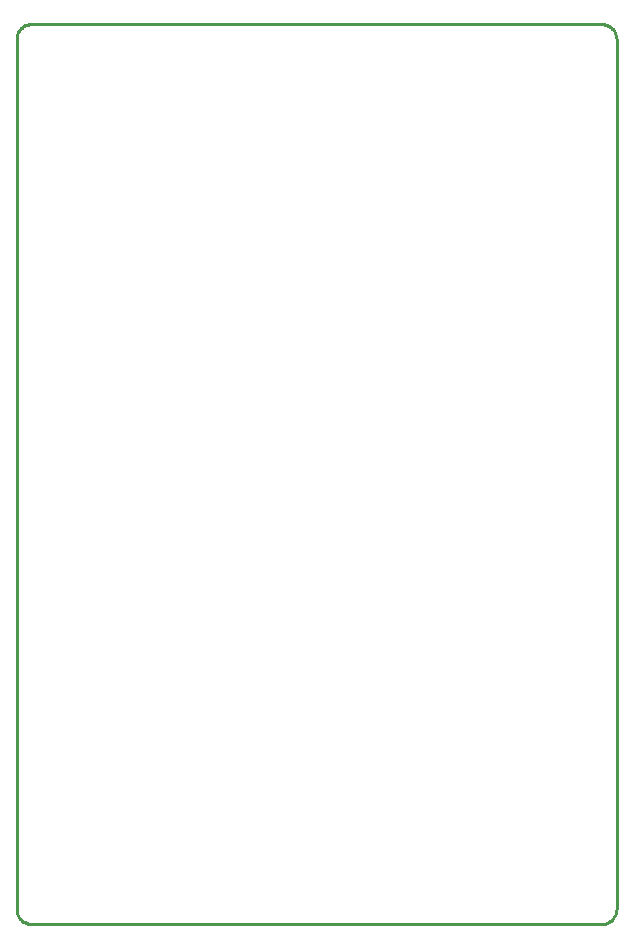
<source format=gm1>
%FSTAX23Y23*%
%MOIN*%
%SFA1B1*%

%IPPOS*%
%ADD10C,0.010000*%
%LNmotor_unit_rev_3-1*%
%LPD*%
G54D10*
X0Y0005D02*
D01*
X0Y00046*
X0Y00043*
X00001Y00039*
X00001Y00036*
X00003Y00032*
X00004Y00029*
X00005Y00026*
X00007Y00023*
X00009Y0002*
X00011Y00017*
X00014Y00015*
X00016Y00012*
X00019Y0001*
X00022Y00008*
X00025Y00006*
X00028Y00005*
X00031Y00003*
X00034Y00002*
X00037Y00001*
X00041Y0*
X00044Y0*
X00048Y0*
X0005Y0*
Y03D02*
D01*
X00046Y02999*
X00043Y02999*
X00039Y02998*
X00036Y02998*
X00032Y02996*
X00029Y02995*
X00026Y02994*
X00023Y02992*
X0002Y0299*
X00017Y02988*
X00015Y02985*
X00012Y02983*
X0001Y0298*
X00008Y02977*
X00006Y02975*
X00005Y02971*
X00003Y02968*
X00002Y02965*
X00001Y02962*
X0Y02958*
X0Y02955*
X0Y02951*
X0Y0295*
X02D02*
D01*
X01999Y02953*
X01999Y02956*
X01998Y0296*
X01998Y02963*
X01996Y02967*
X01995Y0297*
X01994Y02973*
X01992Y02976*
X0199Y02979*
X01988Y02982*
X01985Y02984*
X01983Y02987*
X0198Y02989*
X01977Y02991*
X01975Y02993*
X01971Y02994*
X01968Y02996*
X01965Y02997*
X01962Y02998*
X01958Y02999*
X01955Y02999*
X01951Y02999*
X0195Y03*
Y0D02*
D01*
X01953Y0*
X01956Y0*
X0196Y00001*
X01963Y00001*
X01967Y00003*
X0197Y00004*
X01973Y00005*
X01976Y00007*
X01979Y00009*
X01982Y00011*
X01984Y00014*
X01987Y00016*
X01989Y00019*
X01991Y00022*
X01993Y00025*
X01994Y00028*
X01996Y00031*
X01997Y00034*
X01998Y00037*
X01999Y00041*
X01999Y00044*
X01999Y00048*
X02Y0005*
X0D02*
Y0295D01*
X0005Y03D02*
X0195D01*
X02Y0005D02*
Y0295D01*
X0005Y0D02*
X0195D01*
M02*
</source>
